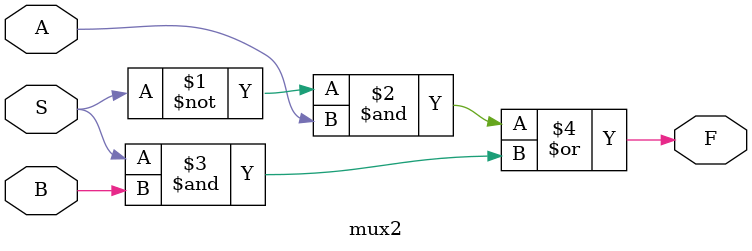
<source format=v>
module mux2(A, B, S, F);
	input A, B, S;
	output F;
	
	assign F = (~S & A) | (S & B);
endmodule
</source>
